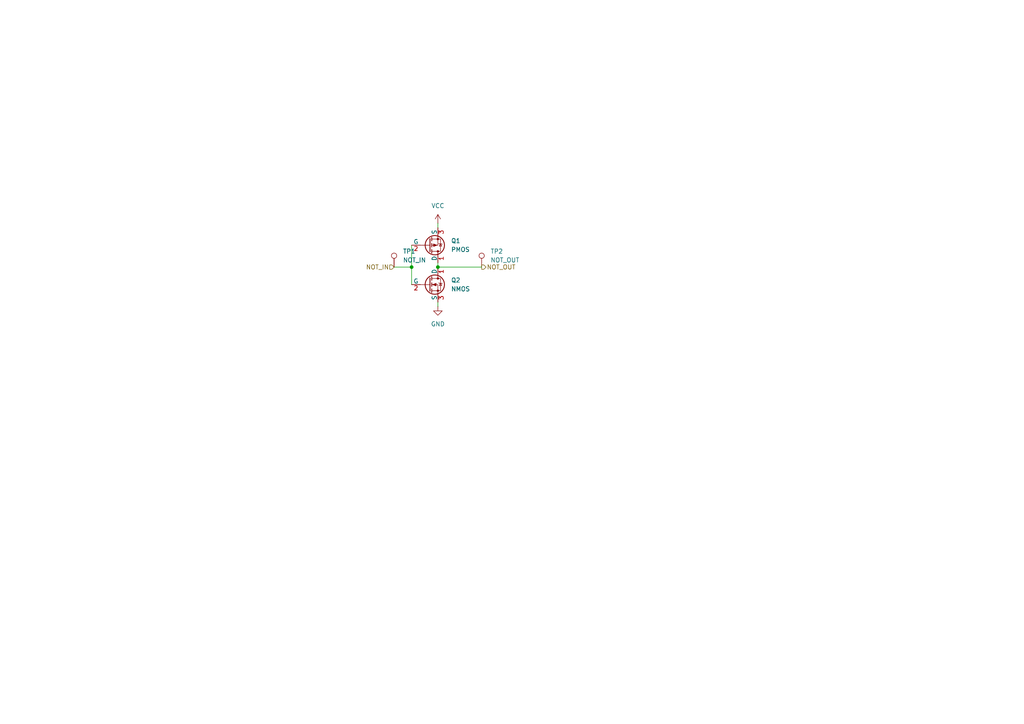
<source format=kicad_sch>
(kicad_sch (version 20250114) (generator "eeschema") (generator_version "9.0")
  (paper "A4")
  (lib_symbols
    (symbol "Connector:TestPoint" (pin_numbers (hide yes)) (pin_names (offset 0.762) (hide yes))
      (property "Reference" "TP" (at 0 6.858 0))
      (property "Value" "TestPoint" (at 0 5.08 0))
      (symbol "TestPoint_0_1"
        (circle (center 0 3.302) (radius 0.762))
      )
      (symbol "TestPoint_1_1"
        (pin passive line (at 0 0 90) (length 2.54) (name "1") (number "1"))
      )
    )
    (symbol "Simulation_SPICE:NMOS" (pin_names (offset 0))
      (property "Reference" "Q" (at 5.08 1.27 0))
      (property "Value" "NMOS" (at 5.08 -1.27 0))
      (symbol "NMOS_0_1"
        (polyline (pts (xy 0.254 1.905) (xy 0.254 -1.905)) (stroke (width 0.254)))
        (polyline (pts (xy 0.254 0) (xy -2.54 0)))
        (polyline (pts (xy 0.762 2.286) (xy 0.762 1.27)) (stroke (width 0.254)))
        (polyline (pts (xy 0.762 0.508) (xy 0.762 -0.508)) (stroke (width 0.254)))
        (polyline (pts (xy 0.762 -1.27) (xy 0.762 -2.286)) (stroke (width 0.254)))
        (polyline (pts (xy 0.762 -1.778) (xy 3.302 -1.778) (xy 3.302 1.778) (xy 0.762 1.778)))
        (polyline (pts (xy 1.016 0) (xy 2.032 0.381) (xy 2.032 -0.381) (xy 1.016 0)) (fill (type outline)))
        (circle (center 1.651 0) (radius 2.794) (stroke (width 0.254)))
        (polyline (pts (xy 2.54 2.54) (xy 2.54 1.778)))
        (circle (center 2.54 1.778) (radius 0.254) (fill (type outline)))
        (circle (center 2.54 -1.778) (radius 0.254) (fill (type outline)))
        (polyline (pts (xy 2.54 -2.54) (xy 2.54 0) (xy 0.762 0)))
        (polyline (pts (xy 2.794 0.508) (xy 2.921 0.381) (xy 3.683 0.381) (xy 3.81 0.254)))
        (polyline (pts (xy 3.302 0.381) (xy 2.921 -0.254) (xy 3.683 -0.254) (xy 3.302 0.381)))
      )
      (symbol "NMOS_1_1"
        (pin input line (at -5.08 0 0) (length 2.54) (name "G") (number "2"))
        (pin passive line (at 2.54 5.08 270) (length 2.54) (name "D") (number "1"))
        (pin passive line (at 2.54 -5.08 90) (length 2.54) (name "S") (number "3"))
      )
    )
    (symbol "Simulation_SPICE:PMOS" (pin_names (offset 0))
      (property "Reference" "Q" (at 5.08 1.27 0))
      (property "Value" "PMOS" (at 5.08 -1.27 0))
      (symbol "PMOS_0_1"
        (polyline (pts (xy 0.254 1.905) (xy 0.254 -1.905)) (stroke (width 0.254)))
        (polyline (pts (xy 0.254 0) (xy -2.54 0)))
        (polyline (pts (xy 0.762 2.286) (xy 0.762 1.27)) (stroke (width 0.254)))
        (polyline (pts (xy 0.762 1.778) (xy 3.302 1.778) (xy 3.302 -1.778) (xy 0.762 -1.778)))
        (polyline (pts (xy 0.762 0.508) (xy 0.762 -0.508)) (stroke (width 0.254)))
        (polyline (pts (xy 0.762 -1.27) (xy 0.762 -2.286)) (stroke (width 0.254)))
        (circle (center 1.651 0) (radius 2.794) (stroke (width 0.254)))
        (polyline (pts (xy 2.286 0) (xy 1.27 0.381) (xy 1.27 -0.381) (xy 2.286 0)) (fill (type outline)))
        (polyline (pts (xy 2.54 2.54) (xy 2.54 1.778)))
        (circle (center 2.54 1.778) (radius 0.254) (fill (type outline)))
        (circle (center 2.54 -1.778) (radius 0.254) (fill (type outline)))
        (polyline (pts (xy 2.54 -2.54) (xy 2.54 0) (xy 0.762 0)))
        (polyline (pts (xy 2.794 -0.508) (xy 2.921 -0.381) (xy 3.683 -0.381) (xy 3.81 -0.254)))
        (polyline (pts (xy 3.302 -0.381) (xy 2.921 0.254) (xy 3.683 0.254) (xy 3.302 -0.381)))
      )
      (symbol "PMOS_1_1"
        (pin input line (at -5.08 0 0) (length 2.54) (name "G") (number "2"))
        (pin passive line (at 2.54 5.08 270) (length 2.54) (name "D") (number "1"))
        (pin passive line (at 2.54 -5.08 90) (length 2.54) (name "S") (number "3"))
      )
    )
    (symbol "power:GND" (power) (pin_numbers (hide yes)) (pin_names (offset 0) (hide yes))
      (property "Value" "GND" (at 0 -3.81 0))
      (symbol "GND_0_1"
        (polyline (pts (xy 0 0) (xy 0 -1.27) (xy 1.27 -1.27) (xy 0 -2.54) (xy -1.27 -1.27) (xy 0 -1.27)))
      )
      (symbol "GND_1_1"
        (pin power_in line (at 0 0 270) (length 0) (name "~") (number "1"))
      )
    )
    (symbol "power:VCC" (power) (pin_numbers (hide yes)) (pin_names (offset 0) (hide yes))
      (property "Value" "VCC" (at 0 3.556 0))
      (symbol "VCC_0_1"
        (polyline (pts (xy -0.762 1.27) (xy 0 2.54)))
        (polyline (pts (xy 0 2.54) (xy 0.762 1.27)))
        (polyline (pts (xy 0 0) (xy 0 2.54)))
      )
      (symbol "VCC_1_1"
        (pin power_in line (at 0 0 90) (length 0) (name "~") (number "1"))
      )
    )
  )
  (junction (at 119.38 77.47))
  (junction (at 127 77.47))
  (wire (pts (xy 127 77.47) (xy 127 76.2)))
  (wire (pts (xy 127 77.47) (xy 139.7 77.47)))
  (wire (pts (xy 119.38 71.12) (xy 119.38 77.47)))
  (wire (pts (xy 127 64.77) (xy 127 66.04)))
  (wire (pts (xy 114.3 77.47) (xy 119.38 77.47)))
  (wire (pts (xy 127 88.9) (xy 127 87.63)))
  (wire (pts (xy 119.38 77.47) (xy 119.38 82.55)))
  (hierarchical_label "NOT_OUT" (shape output) (at 139.7 77.47 0))
  (hierarchical_label "NOT_IN" (shape input) (at 114.3 77.47 180))
  (symbol (lib_id "Connector:TestPoint") (at 114.3 77.47 0) (unit 1)
    (property "Reference" "TP1" (at 116.84 72.8979 0) (effects (justify left)))
    (property "Value" "NOT_IN" (at 116.84 75.4379 0) (effects (justify left)))
    (property "Footprint" "TestPoint:TestPoint_Pad_D2.0mm" (effects (hide yes)))
    (property "Description" "test point" (effects (hide yes)))
  )
  (symbol (lib_id "Simulation_SPICE:NMOS") (at 124.46 82.55 0) (unit 1)
    (property "Reference" "Q2" (at 130.81 81.2799 0) (effects (justify left)))
    (property "Value" "NMOS" (at 130.81 83.8199 0) (effects (justify left)))
    (property "Footprint" "Package_TO_SOT_THT:TO-92L_Inline_Wide" (effects (hide yes)))
    (property "Datasheet" "https://ngspice.sourceforge.io/docs/ngspice-html-manual/manual.xhtml#cha_MOSFETs" (effects (hide yes)))
    (property "Description" "N-MOSFET transistor, drain/source/gate" (effects (hide yes)))
    (property "Sim.Device" "NMOS" (effects (hide yes)))
    (property "Sim.Type" "MOS1" (effects (hide yes)))
    (property "Sim.Pins" "1=D 2=G 3=S" (effects (hide yes)))
  )
  (symbol (lib_id "Connector:TestPoint") (at 139.7 77.47 0) (unit 1)
    (property "Reference" "TP2" (at 142.24 72.8979 0) (effects (justify left)))
    (property "Value" "NOT_OUT" (at 142.24 75.4379 0) (effects (justify left)))
    (property "Footprint" "TestPoint:TestPoint_Pad_D2.0mm" (effects (hide yes)))
    (property "Description" "test point" (effects (hide yes)))
  )
  (symbol (lib_id "power:VCC") (at 127 64.77 0) (unit 1)
    (property "Reference" "#PWR1" (effects (hide yes)))
    (property "Value" "VCC" (at 127 59.69 0))
    (property "Description" "Power symbol creates a global label with name \"VCC\"" (effects (hide yes)))
  )
  (symbol (lib_id "Simulation_SPICE:PMOS") (at 124.46 71.12 0) (mirror x) (unit 1)
    (property "Reference" "Q1" (at 130.81 69.8499 0) (effects (justify left)))
    (property "Value" "PMOS" (at 130.81 72.3899 0) (effects (justify left)))
    (property "Footprint" "Package_TO_SOT_THT:TO-92L_Inline_Wide" (effects (hide yes)))
    (property "Datasheet" "https://ngspice.sourceforge.io/docs/ngspice-html-manual/manual.xhtml#cha_MOSFETs" (effects (hide yes)))
    (property "Description" "P-MOSFET transistor, drain/source/gate" (effects (hide yes)))
    (property "Sim.Device" "PMOS" (effects (hide yes)))
    (property "Sim.Type" "MOS1" (effects (hide yes)))
    (property "Sim.Pins" "1=D 2=G 3=S" (effects (hide yes)))
  )
  (symbol (lib_id "power:GND") (at 127 88.9 0) (unit 1)
    (property "Reference" "#PWR2" (effects (hide yes)))
    (property "Value" "GND" (at 127 93.98 0))
    (property "Description" "Power symbol creates a global label with name \"GND\" , ground" (effects (hide yes)))
  )
)
</source>
